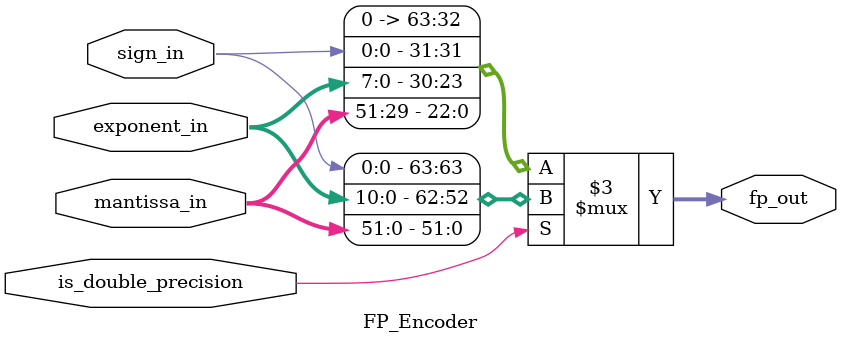
<source format=sv>
module FP_Encoder (
    input  logic        sign_in,
    input  logic [10:0] exponent_in,
    input  logic [52:0] mantissa_in,
    input  logic        is_double_precision,
    output logic [63:0] fp_out
);
    always_comb begin
        if (is_double_precision) begin
            fp_out = {sign_in, exponent_in, mantissa_in[51:0]};
        end else begin
            // For FP32, take the correct slices from the internal format
            fp_out = {32'b0, sign_in, exponent_in[7:0], mantissa_in[51:29]};
        end
    end
endmodule

</source>
